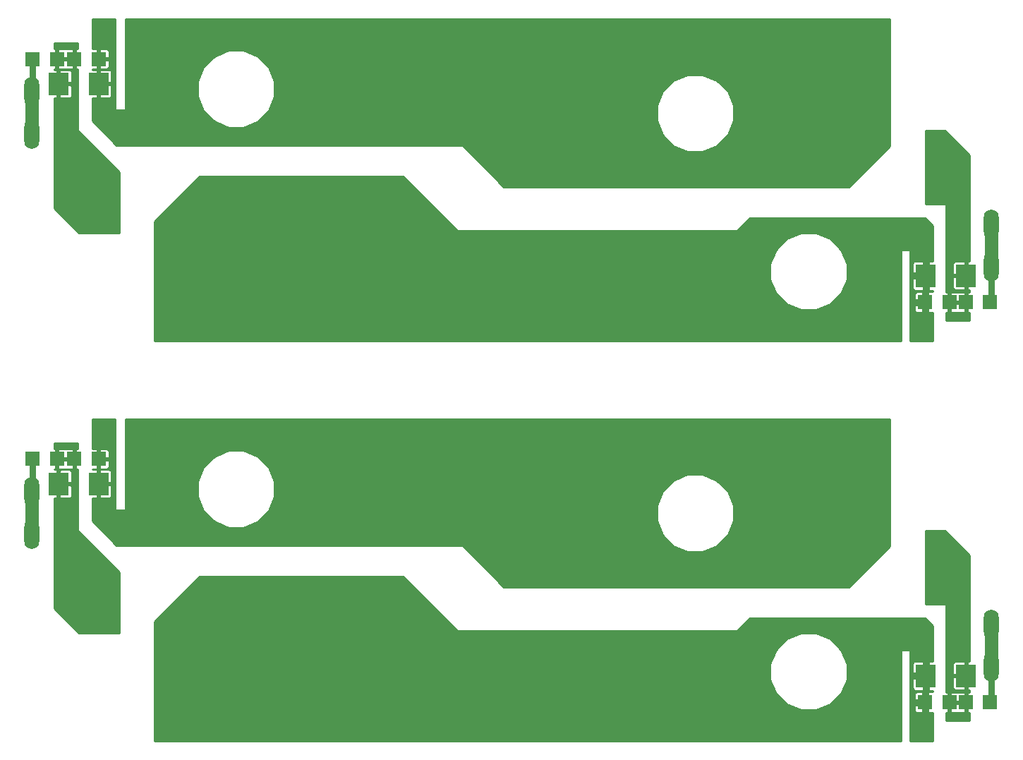
<source format=gbr>
G04 #@! TF.GenerationSoftware,KiCad,Pcbnew,(5.0.0)*
G04 #@! TF.CreationDate,2018-12-19T14:03:44+02:00*
G04 #@! TF.ProjectId,tp_x2_EKA,74705F78325F454B412E6B696361645F,3*
G04 #@! TF.SameCoordinates,Original*
G04 #@! TF.FileFunction,Copper,L1,Top,Signal*
G04 #@! TF.FilePolarity,Positive*
%FSLAX46Y46*%
G04 Gerber Fmt 4.6, Leading zero omitted, Abs format (unit mm)*
G04 Created by KiCad (PCBNEW (5.0.0)) date 12/19/18 14:03:44*
%MOMM*%
%LPD*%
G01*
G04 APERTURE LIST*
G04 #@! TA.AperFunction,SMDPad,CuDef*
%ADD10R,2.400000X2.700000*%
G04 #@! TD*
G04 #@! TA.AperFunction,ComponentPad*
%ADD11O,1.800000X3.600000*%
G04 #@! TD*
G04 #@! TA.AperFunction,ComponentPad*
%ADD12O,3.600000X1.800000*%
G04 #@! TD*
G04 #@! TA.AperFunction,ComponentPad*
%ADD13O,8.800000X2.800000*%
G04 #@! TD*
G04 #@! TA.AperFunction,ComponentPad*
%ADD14C,2.800000*%
G04 #@! TD*
G04 #@! TA.AperFunction,Conductor*
%ADD15C,2.800000*%
G04 #@! TD*
G04 #@! TA.AperFunction,ComponentPad*
%ADD16C,2.499360*%
G04 #@! TD*
G04 #@! TA.AperFunction,SMDPad,CuDef*
%ADD17R,1.800000X1.700000*%
G04 #@! TD*
G04 #@! TA.AperFunction,Conductor*
%ADD18C,1.600000*%
G04 #@! TD*
G04 #@! TA.AperFunction,Conductor*
%ADD19C,0.800000*%
G04 #@! TD*
G04 #@! TA.AperFunction,Conductor*
%ADD20C,0.250000*%
G04 #@! TD*
G04 #@! TA.AperFunction,Conductor*
%ADD21C,0.254000*%
G04 #@! TD*
G04 APERTURE END LIST*
D10*
G04 #@! TO.P,D2,2*
G04 #@! TO.N,/LD3*
X206700000Y-126500000D03*
G04 #@! TO.P,D2,1*
G04 #@! TO.N,Net-(D2-Pad1)*
X211500000Y-126500000D03*
G04 #@! TD*
D11*
G04 #@! TO.P,X14,1*
G04 #@! TO.N,/CTRL3B*
X214500000Y-120360000D03*
X214500000Y-125440000D03*
G04 #@! TD*
D12*
G04 #@! TO.P,X26,1*
G04 #@! TO.N,/PH3*
X140660000Y-103900000D03*
X145740000Y-103900000D03*
G04 #@! TD*
D13*
G04 #@! TO.P,V2.1,3*
G04 #@! TO.N,/PH3*
X113619236Y-108634980D03*
D14*
G04 #@! TO.P,V2.1,1*
G04 #@! TO.N,/LD3*
X118307528Y-119296590D03*
D15*
G04 #@! TD*
G04 #@! TO.N,/LD3*
G04 #@! TO.C,V2.1*
X116261533Y-121490651D02*
X120353523Y-117102529D01*
D14*
G04 #@! TO.P,V2.1,2*
G04 #@! TO.N,Net-(D1-Pad1)*
X107389270Y-116635452D03*
D15*
G04 #@! TD*
G04 #@! TO.N,Net-(D1-Pad1)*
G04 #@! TO.C,V2.1*
X106784465Y-114209713D02*
X107994075Y-119061191D01*
D13*
G04 #@! TO.P,V2.2,3*
G04 #@! TO.N,/LD3*
X202880764Y-121465020D03*
D14*
G04 #@! TO.P,V2.2,1*
G04 #@! TO.N,/PH3*
X198192472Y-110803410D03*
D15*
G04 #@! TD*
G04 #@! TO.N,/PH3*
G04 #@! TO.C,V2.2*
X200238467Y-108609349D02*
X196146477Y-112997471D01*
D14*
G04 #@! TO.P,V2.2,2*
G04 #@! TO.N,Net-(D2-Pad1)*
X209110730Y-113464548D03*
D15*
G04 #@! TD*
G04 #@! TO.N,Net-(D2-Pad1)*
G04 #@! TO.C,V2.2*
X209715535Y-115890287D02*
X208505925Y-111038809D01*
D12*
G04 #@! TO.P,X6,1*
G04 #@! TO.N,/LD3*
X171040000Y-125000000D03*
X165960000Y-125000000D03*
G04 #@! TD*
D16*
G04 #@! TO.P,H1,1*
G04 #@! TO.N,/LD3*
X185000000Y-124000000D03*
G04 #@! TD*
G04 #@! TO.P,H1,1*
G04 #@! TO.N,/LD3*
X179000000Y-131000000D03*
G04 #@! TD*
G04 #@! TO.P,H1,1*
G04 #@! TO.N,/LD3*
X161000000Y-131000000D03*
G04 #@! TD*
G04 #@! TO.P,H1,1*
G04 #@! TO.N,/LD3*
X126000000Y-119000000D03*
G04 #@! TD*
G04 #@! TO.P,H1,1*
G04 #@! TO.N,/LD3*
X131000000Y-129000000D03*
G04 #@! TD*
G04 #@! TO.P,H2,1*
G04 #@! TO.N,/PH3*
X190000000Y-111000000D03*
G04 #@! TD*
G04 #@! TO.P,H1,1*
G04 #@! TO.N,/LD3*
X200000000Y-128000000D03*
G04 #@! TD*
G04 #@! TO.P,H2,1*
G04 #@! TO.N,/PH3*
X197000000Y-104000000D03*
G04 #@! TD*
D11*
G04 #@! TO.P,X17,1*
G04 #@! TO.N,/CTRL3A*
X99400000Y-109500000D03*
X99400000Y-104420000D03*
G04 #@! TD*
D17*
G04 #@! TO.P,R1,2*
G04 #@! TO.N,Net-(D2-Pad1)*
X209500000Y-129700000D03*
G04 #@! TO.P,R1,1*
G04 #@! TO.N,/LD3*
X206600000Y-129700000D03*
G04 #@! TD*
D14*
G04 #@! TO.P,X5,1*
G04 #@! TO.N,/PH3*
X168000000Y-108000000D03*
X163000000Y-108000000D03*
X158000000Y-108000000D03*
X168000000Y-100900000D03*
X163000000Y-100900000D03*
X158000000Y-100900000D03*
G04 #@! TD*
G04 #@! TO.P,X4,1*
G04 #@! TO.N,/LD3*
X142500000Y-124000000D03*
X147500000Y-124000000D03*
X152500000Y-124000000D03*
X142500000Y-131100000D03*
X147500000Y-131100000D03*
X152500000Y-131100000D03*
G04 #@! TD*
D17*
G04 #@! TO.P,R4,1*
G04 #@! TO.N,/PH3*
X107400000Y-100500000D03*
G04 #@! TO.P,R4,2*
G04 #@! TO.N,Net-(D1-Pad1)*
X104500000Y-100500000D03*
G04 #@! TD*
D10*
G04 #@! TO.P,D1,1*
G04 #@! TO.N,Net-(D1-Pad1)*
X102600000Y-103500000D03*
G04 #@! TO.P,D1,2*
G04 #@! TO.N,/PH3*
X107400000Y-103500000D03*
G04 #@! TD*
D17*
G04 #@! TO.P,R2,1*
G04 #@! TO.N,/CTRL3A*
X99500000Y-100500000D03*
G04 #@! TO.P,R2,2*
G04 #@! TO.N,Net-(D1-Pad1)*
X102400000Y-100500000D03*
G04 #@! TD*
G04 #@! TO.P,R3,2*
G04 #@! TO.N,Net-(D2-Pad1)*
X211500000Y-129700000D03*
G04 #@! TO.P,R3,1*
G04 #@! TO.N,/CTRL3B*
X214400000Y-129700000D03*
G04 #@! TD*
D16*
G04 #@! TO.P,H1,1*
G04 #@! TO.N,/LD3*
X119000000Y-127000000D03*
G04 #@! TD*
G04 #@! TO.P,H2,1*
G04 #@! TO.N,/PH3*
X151000000Y-99000000D03*
G04 #@! TD*
G04 #@! TO.P,H2,1*
G04 #@! TO.N,/PH3*
X133000000Y-99000000D03*
G04 #@! TD*
G04 #@! TO.P,H2,1*
G04 #@! TO.N,/PH3*
X187000000Y-99000000D03*
G04 #@! TD*
G04 #@! TO.P,H2,1*
G04 #@! TO.N,/PH3*
X115000000Y-101000000D03*
G04 #@! TD*
G04 #@! TO.P,H2,1*
G04 #@! TO.N,/PH1*
X115000000Y-53000000D03*
G04 #@! TD*
G04 #@! TO.P,H2,1*
G04 #@! TO.N,/PH1*
X133000000Y-51000000D03*
G04 #@! TD*
G04 #@! TO.P,H2,1*
G04 #@! TO.N,/PH1*
X151000000Y-51000000D03*
G04 #@! TD*
G04 #@! TO.P,H2,1*
G04 #@! TO.N,/PH1*
X187000000Y-51000000D03*
G04 #@! TD*
G04 #@! TO.P,H2,1*
G04 #@! TO.N,/PH1*
X190000000Y-63000000D03*
G04 #@! TD*
G04 #@! TO.P,H1,1*
G04 #@! TO.N,/LD1*
X200000000Y-80000000D03*
G04 #@! TD*
G04 #@! TO.P,H1,1*
G04 #@! TO.N,/LD1*
X185000000Y-76000000D03*
G04 #@! TD*
G04 #@! TO.P,H1,1*
G04 #@! TO.N,/LD1*
X179000000Y-83000000D03*
G04 #@! TD*
G04 #@! TO.P,H1,1*
G04 #@! TO.N,/LD1*
X161000000Y-83000000D03*
G04 #@! TD*
G04 #@! TO.P,H1,1*
G04 #@! TO.N,/LD1*
X131000000Y-81000000D03*
G04 #@! TD*
G04 #@! TO.P,H1,1*
G04 #@! TO.N,/LD1*
X126000000Y-71000000D03*
G04 #@! TD*
D12*
G04 #@! TO.P,X3,1*
G04 #@! TO.N,/LD1*
X165960000Y-77000000D03*
X171040000Y-77000000D03*
G04 #@! TD*
D14*
G04 #@! TO.P,V1.2,2*
G04 #@! TO.N,Net-(D4-Pad1)*
X209110730Y-65464548D03*
D15*
G04 #@! TD*
G04 #@! TO.N,Net-(D4-Pad1)*
G04 #@! TO.C,V1.2*
X209715535Y-67890287D02*
X208505925Y-63038809D01*
D14*
G04 #@! TO.P,V1.2,1*
G04 #@! TO.N,/PH1*
X198192472Y-62803410D03*
D15*
G04 #@! TD*
G04 #@! TO.N,/PH1*
G04 #@! TO.C,V1.2*
X200238467Y-60609349D02*
X196146477Y-64997471D01*
D13*
G04 #@! TO.P,V1.2,3*
G04 #@! TO.N,/LD1*
X202880764Y-73465020D03*
G04 #@! TD*
D14*
G04 #@! TO.P,V1.1,2*
G04 #@! TO.N,Net-(D3-Pad1)*
X107389270Y-68635452D03*
D15*
G04 #@! TD*
G04 #@! TO.N,Net-(D3-Pad1)*
G04 #@! TO.C,V1.1*
X106784465Y-66209713D02*
X107994075Y-71061191D01*
D14*
G04 #@! TO.P,V1.1,1*
G04 #@! TO.N,/LD1*
X118307528Y-71296590D03*
D15*
G04 #@! TD*
G04 #@! TO.N,/LD1*
G04 #@! TO.C,V1.1*
X116261533Y-73490651D02*
X120353523Y-69102529D01*
D13*
G04 #@! TO.P,V1.1,3*
G04 #@! TO.N,/PH1*
X113619236Y-60634980D03*
G04 #@! TD*
D10*
G04 #@! TO.P,D4,1*
G04 #@! TO.N,Net-(D4-Pad1)*
X211500000Y-78500000D03*
G04 #@! TO.P,D4,2*
G04 #@! TO.N,/LD1*
X206700000Y-78500000D03*
G04 #@! TD*
D11*
G04 #@! TO.P,X7,1*
G04 #@! TO.N,/CTRL1B*
X214500000Y-77440000D03*
X214500000Y-72360000D03*
G04 #@! TD*
D12*
G04 #@! TO.P,X12,1*
G04 #@! TO.N,/PH1*
X145740000Y-55900000D03*
X140660000Y-55900000D03*
G04 #@! TD*
D10*
G04 #@! TO.P,D3,2*
G04 #@! TO.N,/PH1*
X107400000Y-55500000D03*
G04 #@! TO.P,D3,1*
G04 #@! TO.N,Net-(D3-Pad1)*
X102600000Y-55500000D03*
G04 #@! TD*
D17*
G04 #@! TO.P,R6,1*
G04 #@! TO.N,/LD1*
X206600000Y-81700000D03*
G04 #@! TO.P,R6,2*
G04 #@! TO.N,Net-(D4-Pad1)*
X209500000Y-81700000D03*
G04 #@! TD*
G04 #@! TO.P,R8,1*
G04 #@! TO.N,/CTRL1B*
X214400000Y-81700000D03*
G04 #@! TO.P,R8,2*
G04 #@! TO.N,Net-(D4-Pad1)*
X211500000Y-81700000D03*
G04 #@! TD*
G04 #@! TO.P,R7,2*
G04 #@! TO.N,Net-(D3-Pad1)*
X102400000Y-52500000D03*
G04 #@! TO.P,R7,1*
G04 #@! TO.N,/CTRL1A*
X99500000Y-52500000D03*
G04 #@! TD*
G04 #@! TO.P,R9,2*
G04 #@! TO.N,Net-(D3-Pad1)*
X104500000Y-52500000D03*
G04 #@! TO.P,R9,1*
G04 #@! TO.N,/PH1*
X107400000Y-52500000D03*
G04 #@! TD*
D11*
G04 #@! TO.P,X9,1*
G04 #@! TO.N,/CTRL1A*
X99400000Y-56420000D03*
X99400000Y-61500000D03*
G04 #@! TD*
D14*
G04 #@! TO.P,X1,1*
G04 #@! TO.N,/LD1*
X152500000Y-83100000D03*
X147500000Y-83100000D03*
X142500000Y-83100000D03*
X152500000Y-76000000D03*
X147500000Y-76000000D03*
X142500000Y-76000000D03*
G04 #@! TD*
G04 #@! TO.P,X2,1*
G04 #@! TO.N,/PH1*
X158000000Y-52900000D03*
X163000000Y-52900000D03*
X168000000Y-52900000D03*
X158000000Y-60000000D03*
X163000000Y-60000000D03*
X168000000Y-60000000D03*
G04 #@! TD*
D16*
G04 #@! TO.P,H1,1*
G04 #@! TO.N,/LD1*
X119000000Y-79000000D03*
G04 #@! TD*
G04 #@! TO.P,H2,1*
G04 #@! TO.N,/PH1*
X197000000Y-56000000D03*
G04 #@! TD*
D18*
G04 #@! TO.N,/CTRL1A*
X99400000Y-61500000D02*
X99400000Y-56500000D01*
D19*
X99500000Y-52500000D02*
X99500000Y-56400000D01*
D20*
G04 #@! TO.N,/CTRL1B*
X214400000Y-77600000D02*
X214500000Y-77500000D01*
D18*
X214500000Y-72360000D02*
X214500000Y-77400000D01*
D19*
X214500000Y-77700000D02*
X214400000Y-77600000D01*
X214400000Y-81700000D02*
X214500000Y-81600000D01*
X214500000Y-81600000D02*
X214500000Y-77700000D01*
D18*
G04 #@! TO.N,/CTRL3A*
X99400000Y-109500000D02*
X99400000Y-104500000D01*
D19*
X99500000Y-100500000D02*
X99500000Y-104400000D01*
D20*
G04 #@! TO.N,/CTRL3B*
X214400000Y-125600000D02*
X214500000Y-125500000D01*
D19*
X214500000Y-125700000D02*
X214400000Y-125600000D01*
X214400000Y-129700000D02*
X214500000Y-129600000D01*
X214500000Y-129600000D02*
X214500000Y-125700000D01*
D18*
X214500000Y-120360000D02*
X214500000Y-125400000D01*
G04 #@! TD*
D21*
G04 #@! TO.N,/LD1*
G36*
X150410197Y-73089803D02*
X150451399Y-73117333D01*
X150500000Y-73127000D01*
X184000000Y-73127000D01*
X184048601Y-73117333D01*
X184089803Y-73089803D01*
X185552606Y-71627000D01*
X206547394Y-71627000D01*
X207473000Y-72552606D01*
X207473000Y-76723000D01*
X207079750Y-76723000D01*
X206973000Y-76829750D01*
X206973000Y-78227000D01*
X206993000Y-78227000D01*
X206993000Y-78773000D01*
X206973000Y-78773000D01*
X206973000Y-80170250D01*
X207079750Y-80277000D01*
X207473000Y-80277000D01*
X207473000Y-80423000D01*
X206979750Y-80423000D01*
X206873000Y-80529750D01*
X206873000Y-81427000D01*
X206893000Y-81427000D01*
X206893000Y-81973000D01*
X206873000Y-81973000D01*
X206873000Y-82870250D01*
X206979750Y-82977000D01*
X207473000Y-82977000D01*
X207473000Y-86315000D01*
X204827000Y-86315000D01*
X204827000Y-82079750D01*
X205273000Y-82079750D01*
X205273000Y-82634936D01*
X205338007Y-82791876D01*
X205458124Y-82911993D01*
X205615065Y-82977000D01*
X206220250Y-82977000D01*
X206327000Y-82870250D01*
X206327000Y-81973000D01*
X205379750Y-81973000D01*
X205273000Y-82079750D01*
X204827000Y-82079750D01*
X204827000Y-80765064D01*
X205273000Y-80765064D01*
X205273000Y-81320250D01*
X205379750Y-81427000D01*
X206327000Y-81427000D01*
X206327000Y-80529750D01*
X206220250Y-80423000D01*
X205615065Y-80423000D01*
X205458124Y-80488007D01*
X205338007Y-80608124D01*
X205273000Y-80765064D01*
X204827000Y-80765064D01*
X204827000Y-78879750D01*
X205073000Y-78879750D01*
X205073000Y-79934936D01*
X205138007Y-80091876D01*
X205258124Y-80211993D01*
X205415065Y-80277000D01*
X206320250Y-80277000D01*
X206427000Y-80170250D01*
X206427000Y-78773000D01*
X205179750Y-78773000D01*
X205073000Y-78879750D01*
X204827000Y-78879750D01*
X204827000Y-77065064D01*
X205073000Y-77065064D01*
X205073000Y-78120250D01*
X205179750Y-78227000D01*
X206427000Y-78227000D01*
X206427000Y-76829750D01*
X206320250Y-76723000D01*
X205415065Y-76723000D01*
X205258124Y-76788007D01*
X205138007Y-76908124D01*
X205073000Y-77065064D01*
X204827000Y-77065064D01*
X204827000Y-75500000D01*
X204817333Y-75451399D01*
X204789803Y-75410197D01*
X204748601Y-75382667D01*
X204700000Y-75373000D01*
X203800000Y-75373000D01*
X203751399Y-75382667D01*
X203710197Y-75410197D01*
X203682667Y-75451399D01*
X203673000Y-75500000D01*
X203673000Y-86315000D01*
X114127000Y-86315000D01*
X114127000Y-77078041D01*
X187965000Y-77078041D01*
X187965000Y-78921959D01*
X188670637Y-80625517D01*
X189974483Y-81929363D01*
X191678041Y-82635000D01*
X193521959Y-82635000D01*
X195225517Y-81929363D01*
X196529363Y-80625517D01*
X197235000Y-78921959D01*
X197235000Y-77078041D01*
X196529363Y-75374483D01*
X195225517Y-74070637D01*
X193521959Y-73365000D01*
X191678041Y-73365000D01*
X189974483Y-74070637D01*
X188670637Y-75374483D01*
X187965000Y-77078041D01*
X114127000Y-77078041D01*
X114127000Y-72052606D01*
X119552606Y-66627000D01*
X143947394Y-66627000D01*
X150410197Y-73089803D01*
X150410197Y-73089803D01*
G37*
X150410197Y-73089803D02*
X150451399Y-73117333D01*
X150500000Y-73127000D01*
X184000000Y-73127000D01*
X184048601Y-73117333D01*
X184089803Y-73089803D01*
X185552606Y-71627000D01*
X206547394Y-71627000D01*
X207473000Y-72552606D01*
X207473000Y-76723000D01*
X207079750Y-76723000D01*
X206973000Y-76829750D01*
X206973000Y-78227000D01*
X206993000Y-78227000D01*
X206993000Y-78773000D01*
X206973000Y-78773000D01*
X206973000Y-80170250D01*
X207079750Y-80277000D01*
X207473000Y-80277000D01*
X207473000Y-80423000D01*
X206979750Y-80423000D01*
X206873000Y-80529750D01*
X206873000Y-81427000D01*
X206893000Y-81427000D01*
X206893000Y-81973000D01*
X206873000Y-81973000D01*
X206873000Y-82870250D01*
X206979750Y-82977000D01*
X207473000Y-82977000D01*
X207473000Y-86315000D01*
X204827000Y-86315000D01*
X204827000Y-82079750D01*
X205273000Y-82079750D01*
X205273000Y-82634936D01*
X205338007Y-82791876D01*
X205458124Y-82911993D01*
X205615065Y-82977000D01*
X206220250Y-82977000D01*
X206327000Y-82870250D01*
X206327000Y-81973000D01*
X205379750Y-81973000D01*
X205273000Y-82079750D01*
X204827000Y-82079750D01*
X204827000Y-80765064D01*
X205273000Y-80765064D01*
X205273000Y-81320250D01*
X205379750Y-81427000D01*
X206327000Y-81427000D01*
X206327000Y-80529750D01*
X206220250Y-80423000D01*
X205615065Y-80423000D01*
X205458124Y-80488007D01*
X205338007Y-80608124D01*
X205273000Y-80765064D01*
X204827000Y-80765064D01*
X204827000Y-78879750D01*
X205073000Y-78879750D01*
X205073000Y-79934936D01*
X205138007Y-80091876D01*
X205258124Y-80211993D01*
X205415065Y-80277000D01*
X206320250Y-80277000D01*
X206427000Y-80170250D01*
X206427000Y-78773000D01*
X205179750Y-78773000D01*
X205073000Y-78879750D01*
X204827000Y-78879750D01*
X204827000Y-77065064D01*
X205073000Y-77065064D01*
X205073000Y-78120250D01*
X205179750Y-78227000D01*
X206427000Y-78227000D01*
X206427000Y-76829750D01*
X206320250Y-76723000D01*
X205415065Y-76723000D01*
X205258124Y-76788007D01*
X205138007Y-76908124D01*
X205073000Y-77065064D01*
X204827000Y-77065064D01*
X204827000Y-75500000D01*
X204817333Y-75451399D01*
X204789803Y-75410197D01*
X204748601Y-75382667D01*
X204700000Y-75373000D01*
X203800000Y-75373000D01*
X203751399Y-75382667D01*
X203710197Y-75410197D01*
X203682667Y-75451399D01*
X203673000Y-75500000D01*
X203673000Y-86315000D01*
X114127000Y-86315000D01*
X114127000Y-77078041D01*
X187965000Y-77078041D01*
X187965000Y-78921959D01*
X188670637Y-80625517D01*
X189974483Y-81929363D01*
X191678041Y-82635000D01*
X193521959Y-82635000D01*
X195225517Y-81929363D01*
X196529363Y-80625517D01*
X197235000Y-78921959D01*
X197235000Y-77078041D01*
X196529363Y-75374483D01*
X195225517Y-74070637D01*
X193521959Y-73365000D01*
X191678041Y-73365000D01*
X189974483Y-74070637D01*
X188670637Y-75374483D01*
X187965000Y-77078041D01*
X114127000Y-77078041D01*
X114127000Y-72052606D01*
X119552606Y-66627000D01*
X143947394Y-66627000D01*
X150410197Y-73089803D01*
G04 #@! TO.N,Net-(D4-Pad1)*
G36*
X211873000Y-64052606D02*
X211873000Y-76769000D01*
X211722250Y-76769000D01*
X211627000Y-76864250D01*
X211627000Y-78373000D01*
X211647000Y-78373000D01*
X211647000Y-78627000D01*
X211627000Y-78627000D01*
X211627000Y-80135750D01*
X211722250Y-80231000D01*
X211873000Y-80231000D01*
X211873000Y-80469000D01*
X211722250Y-80469000D01*
X211627000Y-80564250D01*
X211627000Y-81573000D01*
X211647000Y-81573000D01*
X211647000Y-81827000D01*
X211627000Y-81827000D01*
X211627000Y-82835750D01*
X211722250Y-82931000D01*
X211873000Y-82931000D01*
X211873000Y-83873000D01*
X209127000Y-83873000D01*
X209127000Y-82931000D01*
X209277750Y-82931000D01*
X209373000Y-82835750D01*
X209373000Y-81827000D01*
X209627000Y-81827000D01*
X209627000Y-82835750D01*
X209722250Y-82931000D01*
X210475786Y-82931000D01*
X210500000Y-82920970D01*
X210524214Y-82931000D01*
X211277750Y-82931000D01*
X211373000Y-82835750D01*
X211373000Y-81827000D01*
X209627000Y-81827000D01*
X209373000Y-81827000D01*
X209353000Y-81827000D01*
X209353000Y-81573000D01*
X209373000Y-81573000D01*
X209373000Y-80564250D01*
X209627000Y-80564250D01*
X209627000Y-81573000D01*
X211373000Y-81573000D01*
X211373000Y-80564250D01*
X211277750Y-80469000D01*
X210524214Y-80469000D01*
X210500000Y-80479030D01*
X210475786Y-80469000D01*
X209722250Y-80469000D01*
X209627000Y-80564250D01*
X209373000Y-80564250D01*
X209277750Y-80469000D01*
X209127000Y-80469000D01*
X209127000Y-78722250D01*
X209919000Y-78722250D01*
X209919000Y-79925785D01*
X209977004Y-80065819D01*
X210084180Y-80172996D01*
X210224214Y-80231000D01*
X211277750Y-80231000D01*
X211373000Y-80135750D01*
X211373000Y-78627000D01*
X210014250Y-78627000D01*
X209919000Y-78722250D01*
X209127000Y-78722250D01*
X209127000Y-77074215D01*
X209919000Y-77074215D01*
X209919000Y-78277750D01*
X210014250Y-78373000D01*
X211373000Y-78373000D01*
X211373000Y-76864250D01*
X211277750Y-76769000D01*
X210224214Y-76769000D01*
X210084180Y-76827004D01*
X209977004Y-76934181D01*
X209919000Y-77074215D01*
X209127000Y-77074215D01*
X209127000Y-70000000D01*
X209117333Y-69951399D01*
X209089803Y-69910197D01*
X209048601Y-69882667D01*
X209000000Y-69873000D01*
X206627000Y-69873000D01*
X206627000Y-61127000D01*
X208947394Y-61127000D01*
X211873000Y-64052606D01*
X211873000Y-64052606D01*
G37*
X211873000Y-64052606D02*
X211873000Y-76769000D01*
X211722250Y-76769000D01*
X211627000Y-76864250D01*
X211627000Y-78373000D01*
X211647000Y-78373000D01*
X211647000Y-78627000D01*
X211627000Y-78627000D01*
X211627000Y-80135750D01*
X211722250Y-80231000D01*
X211873000Y-80231000D01*
X211873000Y-80469000D01*
X211722250Y-80469000D01*
X211627000Y-80564250D01*
X211627000Y-81573000D01*
X211647000Y-81573000D01*
X211647000Y-81827000D01*
X211627000Y-81827000D01*
X211627000Y-82835750D01*
X211722250Y-82931000D01*
X211873000Y-82931000D01*
X211873000Y-83873000D01*
X209127000Y-83873000D01*
X209127000Y-82931000D01*
X209277750Y-82931000D01*
X209373000Y-82835750D01*
X209373000Y-81827000D01*
X209627000Y-81827000D01*
X209627000Y-82835750D01*
X209722250Y-82931000D01*
X210475786Y-82931000D01*
X210500000Y-82920970D01*
X210524214Y-82931000D01*
X211277750Y-82931000D01*
X211373000Y-82835750D01*
X211373000Y-81827000D01*
X209627000Y-81827000D01*
X209373000Y-81827000D01*
X209353000Y-81827000D01*
X209353000Y-81573000D01*
X209373000Y-81573000D01*
X209373000Y-80564250D01*
X209627000Y-80564250D01*
X209627000Y-81573000D01*
X211373000Y-81573000D01*
X211373000Y-80564250D01*
X211277750Y-80469000D01*
X210524214Y-80469000D01*
X210500000Y-80479030D01*
X210475786Y-80469000D01*
X209722250Y-80469000D01*
X209627000Y-80564250D01*
X209373000Y-80564250D01*
X209277750Y-80469000D01*
X209127000Y-80469000D01*
X209127000Y-78722250D01*
X209919000Y-78722250D01*
X209919000Y-79925785D01*
X209977004Y-80065819D01*
X210084180Y-80172996D01*
X210224214Y-80231000D01*
X211277750Y-80231000D01*
X211373000Y-80135750D01*
X211373000Y-78627000D01*
X210014250Y-78627000D01*
X209919000Y-78722250D01*
X209127000Y-78722250D01*
X209127000Y-77074215D01*
X209919000Y-77074215D01*
X209919000Y-78277750D01*
X210014250Y-78373000D01*
X211373000Y-78373000D01*
X211373000Y-76864250D01*
X211277750Y-76769000D01*
X210224214Y-76769000D01*
X210084180Y-76827004D01*
X209977004Y-76934181D01*
X209919000Y-77074215D01*
X209127000Y-77074215D01*
X209127000Y-70000000D01*
X209117333Y-69951399D01*
X209089803Y-69910197D01*
X209048601Y-69882667D01*
X209000000Y-69873000D01*
X206627000Y-69873000D01*
X206627000Y-61127000D01*
X208947394Y-61127000D01*
X211873000Y-64052606D01*
G04 #@! TO.N,/PH1*
G36*
X109373000Y-58500000D02*
X109382667Y-58548601D01*
X109410197Y-58589803D01*
X109451399Y-58617333D01*
X109500000Y-58627000D01*
X110500000Y-58627000D01*
X110548601Y-58617333D01*
X110589803Y-58589803D01*
X110617333Y-58548601D01*
X110627000Y-58500000D01*
X110627000Y-55178041D01*
X119265000Y-55178041D01*
X119265000Y-57021959D01*
X119970637Y-58725517D01*
X121274483Y-60029363D01*
X122978041Y-60735000D01*
X124821959Y-60735000D01*
X126525517Y-60029363D01*
X127829363Y-58725517D01*
X128097556Y-58078041D01*
X174365000Y-58078041D01*
X174365000Y-59921959D01*
X175070637Y-61625517D01*
X176374483Y-62929363D01*
X178078041Y-63635000D01*
X179921959Y-63635000D01*
X181625517Y-62929363D01*
X182929363Y-61625517D01*
X183635000Y-59921959D01*
X183635000Y-58078041D01*
X182929363Y-56374483D01*
X181625517Y-55070637D01*
X179921959Y-54365000D01*
X178078041Y-54365000D01*
X176374483Y-55070637D01*
X175070637Y-56374483D01*
X174365000Y-58078041D01*
X128097556Y-58078041D01*
X128535000Y-57021959D01*
X128535000Y-55178041D01*
X127829363Y-53474483D01*
X126525517Y-52170637D01*
X124821959Y-51465000D01*
X122978041Y-51465000D01*
X121274483Y-52170637D01*
X119970637Y-53474483D01*
X119265000Y-55178041D01*
X110627000Y-55178041D01*
X110627000Y-47685000D01*
X202373000Y-47685000D01*
X202373000Y-62947394D01*
X197447394Y-67873000D01*
X156052606Y-67873000D01*
X151089803Y-62910197D01*
X151048601Y-62882667D01*
X151000000Y-62873000D01*
X109552606Y-62873000D01*
X106627000Y-59947394D01*
X106627000Y-57231000D01*
X107177750Y-57231000D01*
X107273000Y-57135750D01*
X107273000Y-55627000D01*
X107527000Y-55627000D01*
X107527000Y-57135750D01*
X107622250Y-57231000D01*
X108675786Y-57231000D01*
X108815820Y-57172996D01*
X108922996Y-57065819D01*
X108981000Y-56925785D01*
X108981000Y-55722250D01*
X108885750Y-55627000D01*
X107527000Y-55627000D01*
X107273000Y-55627000D01*
X107253000Y-55627000D01*
X107253000Y-55373000D01*
X107273000Y-55373000D01*
X107273000Y-53864250D01*
X107527000Y-53864250D01*
X107527000Y-55373000D01*
X108885750Y-55373000D01*
X108981000Y-55277750D01*
X108981000Y-54074215D01*
X108922996Y-53934181D01*
X108815820Y-53827004D01*
X108675786Y-53769000D01*
X107622250Y-53769000D01*
X107527000Y-53864250D01*
X107273000Y-53864250D01*
X107177750Y-53769000D01*
X106627000Y-53769000D01*
X106627000Y-53731000D01*
X107177750Y-53731000D01*
X107273000Y-53635750D01*
X107273000Y-52627000D01*
X107527000Y-52627000D01*
X107527000Y-53635750D01*
X107622250Y-53731000D01*
X108375786Y-53731000D01*
X108515820Y-53672996D01*
X108622996Y-53565819D01*
X108681000Y-53425785D01*
X108681000Y-52722250D01*
X108585750Y-52627000D01*
X107527000Y-52627000D01*
X107273000Y-52627000D01*
X107253000Y-52627000D01*
X107253000Y-52373000D01*
X107273000Y-52373000D01*
X107273000Y-51364250D01*
X107527000Y-51364250D01*
X107527000Y-52373000D01*
X108585750Y-52373000D01*
X108681000Y-52277750D01*
X108681000Y-51574215D01*
X108622996Y-51434181D01*
X108515820Y-51327004D01*
X108375786Y-51269000D01*
X107622250Y-51269000D01*
X107527000Y-51364250D01*
X107273000Y-51364250D01*
X107177750Y-51269000D01*
X106627000Y-51269000D01*
X106627000Y-47685000D01*
X109373000Y-47685000D01*
X109373000Y-58500000D01*
X109373000Y-58500000D01*
G37*
X109373000Y-58500000D02*
X109382667Y-58548601D01*
X109410197Y-58589803D01*
X109451399Y-58617333D01*
X109500000Y-58627000D01*
X110500000Y-58627000D01*
X110548601Y-58617333D01*
X110589803Y-58589803D01*
X110617333Y-58548601D01*
X110627000Y-58500000D01*
X110627000Y-55178041D01*
X119265000Y-55178041D01*
X119265000Y-57021959D01*
X119970637Y-58725517D01*
X121274483Y-60029363D01*
X122978041Y-60735000D01*
X124821959Y-60735000D01*
X126525517Y-60029363D01*
X127829363Y-58725517D01*
X128097556Y-58078041D01*
X174365000Y-58078041D01*
X174365000Y-59921959D01*
X175070637Y-61625517D01*
X176374483Y-62929363D01*
X178078041Y-63635000D01*
X179921959Y-63635000D01*
X181625517Y-62929363D01*
X182929363Y-61625517D01*
X183635000Y-59921959D01*
X183635000Y-58078041D01*
X182929363Y-56374483D01*
X181625517Y-55070637D01*
X179921959Y-54365000D01*
X178078041Y-54365000D01*
X176374483Y-55070637D01*
X175070637Y-56374483D01*
X174365000Y-58078041D01*
X128097556Y-58078041D01*
X128535000Y-57021959D01*
X128535000Y-55178041D01*
X127829363Y-53474483D01*
X126525517Y-52170637D01*
X124821959Y-51465000D01*
X122978041Y-51465000D01*
X121274483Y-52170637D01*
X119970637Y-53474483D01*
X119265000Y-55178041D01*
X110627000Y-55178041D01*
X110627000Y-47685000D01*
X202373000Y-47685000D01*
X202373000Y-62947394D01*
X197447394Y-67873000D01*
X156052606Y-67873000D01*
X151089803Y-62910197D01*
X151048601Y-62882667D01*
X151000000Y-62873000D01*
X109552606Y-62873000D01*
X106627000Y-59947394D01*
X106627000Y-57231000D01*
X107177750Y-57231000D01*
X107273000Y-57135750D01*
X107273000Y-55627000D01*
X107527000Y-55627000D01*
X107527000Y-57135750D01*
X107622250Y-57231000D01*
X108675786Y-57231000D01*
X108815820Y-57172996D01*
X108922996Y-57065819D01*
X108981000Y-56925785D01*
X108981000Y-55722250D01*
X108885750Y-55627000D01*
X107527000Y-55627000D01*
X107273000Y-55627000D01*
X107253000Y-55627000D01*
X107253000Y-55373000D01*
X107273000Y-55373000D01*
X107273000Y-53864250D01*
X107527000Y-53864250D01*
X107527000Y-55373000D01*
X108885750Y-55373000D01*
X108981000Y-55277750D01*
X108981000Y-54074215D01*
X108922996Y-53934181D01*
X108815820Y-53827004D01*
X108675786Y-53769000D01*
X107622250Y-53769000D01*
X107527000Y-53864250D01*
X107273000Y-53864250D01*
X107177750Y-53769000D01*
X106627000Y-53769000D01*
X106627000Y-53731000D01*
X107177750Y-53731000D01*
X107273000Y-53635750D01*
X107273000Y-52627000D01*
X107527000Y-52627000D01*
X107527000Y-53635750D01*
X107622250Y-53731000D01*
X108375786Y-53731000D01*
X108515820Y-53672996D01*
X108622996Y-53565819D01*
X108681000Y-53425785D01*
X108681000Y-52722250D01*
X108585750Y-52627000D01*
X107527000Y-52627000D01*
X107273000Y-52627000D01*
X107253000Y-52627000D01*
X107253000Y-52373000D01*
X107273000Y-52373000D01*
X107273000Y-51364250D01*
X107527000Y-51364250D01*
X107527000Y-52373000D01*
X108585750Y-52373000D01*
X108681000Y-52277750D01*
X108681000Y-51574215D01*
X108622996Y-51434181D01*
X108515820Y-51327004D01*
X108375786Y-51269000D01*
X107622250Y-51269000D01*
X107527000Y-51364250D01*
X107273000Y-51364250D01*
X107177750Y-51269000D01*
X106627000Y-51269000D01*
X106627000Y-47685000D01*
X109373000Y-47685000D01*
X109373000Y-58500000D01*
G04 #@! TO.N,Net-(D3-Pad1)*
G36*
X104873000Y-51269000D02*
X104722250Y-51269000D01*
X104627000Y-51364250D01*
X104627000Y-52373000D01*
X104647000Y-52373000D01*
X104647000Y-52627000D01*
X104627000Y-52627000D01*
X104627000Y-53635750D01*
X104722250Y-53731000D01*
X104873000Y-53731000D01*
X104873000Y-61000000D01*
X104882667Y-61048601D01*
X104910197Y-61089803D01*
X109873000Y-66052606D01*
X109873000Y-73373000D01*
X105052606Y-73373000D01*
X102127000Y-70447394D01*
X102127000Y-57231000D01*
X102377750Y-57231000D01*
X102473000Y-57135750D01*
X102473000Y-55627000D01*
X102727000Y-55627000D01*
X102727000Y-57135750D01*
X102822250Y-57231000D01*
X103875786Y-57231000D01*
X104015820Y-57172996D01*
X104122996Y-57065819D01*
X104181000Y-56925785D01*
X104181000Y-55722250D01*
X104085750Y-55627000D01*
X102727000Y-55627000D01*
X102473000Y-55627000D01*
X102453000Y-55627000D01*
X102453000Y-55373000D01*
X102473000Y-55373000D01*
X102473000Y-53864250D01*
X102727000Y-53864250D01*
X102727000Y-55373000D01*
X104085750Y-55373000D01*
X104181000Y-55277750D01*
X104181000Y-54074215D01*
X104122996Y-53934181D01*
X104015820Y-53827004D01*
X103875786Y-53769000D01*
X102822250Y-53769000D01*
X102727000Y-53864250D01*
X102473000Y-53864250D01*
X102377750Y-53769000D01*
X102127000Y-53769000D01*
X102127000Y-53731000D01*
X102177750Y-53731000D01*
X102273000Y-53635750D01*
X102273000Y-52627000D01*
X102527000Y-52627000D01*
X102527000Y-53635750D01*
X102622250Y-53731000D01*
X103375786Y-53731000D01*
X103450000Y-53700260D01*
X103524214Y-53731000D01*
X104277750Y-53731000D01*
X104373000Y-53635750D01*
X104373000Y-52627000D01*
X102527000Y-52627000D01*
X102273000Y-52627000D01*
X102253000Y-52627000D01*
X102253000Y-52373000D01*
X102273000Y-52373000D01*
X102273000Y-51364250D01*
X102527000Y-51364250D01*
X102527000Y-52373000D01*
X104373000Y-52373000D01*
X104373000Y-51364250D01*
X104277750Y-51269000D01*
X103524214Y-51269000D01*
X103450000Y-51299740D01*
X103375786Y-51269000D01*
X102622250Y-51269000D01*
X102527000Y-51364250D01*
X102273000Y-51364250D01*
X102177750Y-51269000D01*
X102127000Y-51269000D01*
X102127000Y-50627000D01*
X104873000Y-50627000D01*
X104873000Y-51269000D01*
X104873000Y-51269000D01*
G37*
X104873000Y-51269000D02*
X104722250Y-51269000D01*
X104627000Y-51364250D01*
X104627000Y-52373000D01*
X104647000Y-52373000D01*
X104647000Y-52627000D01*
X104627000Y-52627000D01*
X104627000Y-53635750D01*
X104722250Y-53731000D01*
X104873000Y-53731000D01*
X104873000Y-61000000D01*
X104882667Y-61048601D01*
X104910197Y-61089803D01*
X109873000Y-66052606D01*
X109873000Y-73373000D01*
X105052606Y-73373000D01*
X102127000Y-70447394D01*
X102127000Y-57231000D01*
X102377750Y-57231000D01*
X102473000Y-57135750D01*
X102473000Y-55627000D01*
X102727000Y-55627000D01*
X102727000Y-57135750D01*
X102822250Y-57231000D01*
X103875786Y-57231000D01*
X104015820Y-57172996D01*
X104122996Y-57065819D01*
X104181000Y-56925785D01*
X104181000Y-55722250D01*
X104085750Y-55627000D01*
X102727000Y-55627000D01*
X102473000Y-55627000D01*
X102453000Y-55627000D01*
X102453000Y-55373000D01*
X102473000Y-55373000D01*
X102473000Y-53864250D01*
X102727000Y-53864250D01*
X102727000Y-55373000D01*
X104085750Y-55373000D01*
X104181000Y-55277750D01*
X104181000Y-54074215D01*
X104122996Y-53934181D01*
X104015820Y-53827004D01*
X103875786Y-53769000D01*
X102822250Y-53769000D01*
X102727000Y-53864250D01*
X102473000Y-53864250D01*
X102377750Y-53769000D01*
X102127000Y-53769000D01*
X102127000Y-53731000D01*
X102177750Y-53731000D01*
X102273000Y-53635750D01*
X102273000Y-52627000D01*
X102527000Y-52627000D01*
X102527000Y-53635750D01*
X102622250Y-53731000D01*
X103375786Y-53731000D01*
X103450000Y-53700260D01*
X103524214Y-53731000D01*
X104277750Y-53731000D01*
X104373000Y-53635750D01*
X104373000Y-52627000D01*
X102527000Y-52627000D01*
X102273000Y-52627000D01*
X102253000Y-52627000D01*
X102253000Y-52373000D01*
X102273000Y-52373000D01*
X102273000Y-51364250D01*
X102527000Y-51364250D01*
X102527000Y-52373000D01*
X104373000Y-52373000D01*
X104373000Y-51364250D01*
X104277750Y-51269000D01*
X103524214Y-51269000D01*
X103450000Y-51299740D01*
X103375786Y-51269000D01*
X102622250Y-51269000D01*
X102527000Y-51364250D01*
X102273000Y-51364250D01*
X102177750Y-51269000D01*
X102127000Y-51269000D01*
X102127000Y-50627000D01*
X104873000Y-50627000D01*
X104873000Y-51269000D01*
G04 #@! TO.N,Net-(D2-Pad1)*
G36*
X211873000Y-112052606D02*
X211873000Y-124769000D01*
X211722250Y-124769000D01*
X211627000Y-124864250D01*
X211627000Y-126373000D01*
X211647000Y-126373000D01*
X211647000Y-126627000D01*
X211627000Y-126627000D01*
X211627000Y-128135750D01*
X211722250Y-128231000D01*
X211873000Y-128231000D01*
X211873000Y-128469000D01*
X211722250Y-128469000D01*
X211627000Y-128564250D01*
X211627000Y-129573000D01*
X211647000Y-129573000D01*
X211647000Y-129827000D01*
X211627000Y-129827000D01*
X211627000Y-130835750D01*
X211722250Y-130931000D01*
X211873000Y-130931000D01*
X211873000Y-131873000D01*
X209127000Y-131873000D01*
X209127000Y-130931000D01*
X209277750Y-130931000D01*
X209373000Y-130835750D01*
X209373000Y-129827000D01*
X209627000Y-129827000D01*
X209627000Y-130835750D01*
X209722250Y-130931000D01*
X210475786Y-130931000D01*
X210500000Y-130920970D01*
X210524214Y-130931000D01*
X211277750Y-130931000D01*
X211373000Y-130835750D01*
X211373000Y-129827000D01*
X209627000Y-129827000D01*
X209373000Y-129827000D01*
X209353000Y-129827000D01*
X209353000Y-129573000D01*
X209373000Y-129573000D01*
X209373000Y-128564250D01*
X209627000Y-128564250D01*
X209627000Y-129573000D01*
X211373000Y-129573000D01*
X211373000Y-128564250D01*
X211277750Y-128469000D01*
X210524214Y-128469000D01*
X210500000Y-128479030D01*
X210475786Y-128469000D01*
X209722250Y-128469000D01*
X209627000Y-128564250D01*
X209373000Y-128564250D01*
X209277750Y-128469000D01*
X209127000Y-128469000D01*
X209127000Y-126722250D01*
X209919000Y-126722250D01*
X209919000Y-127925785D01*
X209977004Y-128065819D01*
X210084180Y-128172996D01*
X210224214Y-128231000D01*
X211277750Y-128231000D01*
X211373000Y-128135750D01*
X211373000Y-126627000D01*
X210014250Y-126627000D01*
X209919000Y-126722250D01*
X209127000Y-126722250D01*
X209127000Y-125074215D01*
X209919000Y-125074215D01*
X209919000Y-126277750D01*
X210014250Y-126373000D01*
X211373000Y-126373000D01*
X211373000Y-124864250D01*
X211277750Y-124769000D01*
X210224214Y-124769000D01*
X210084180Y-124827004D01*
X209977004Y-124934181D01*
X209919000Y-125074215D01*
X209127000Y-125074215D01*
X209127000Y-118000000D01*
X209117333Y-117951399D01*
X209089803Y-117910197D01*
X209048601Y-117882667D01*
X209000000Y-117873000D01*
X206627000Y-117873000D01*
X206627000Y-109127000D01*
X208947394Y-109127000D01*
X211873000Y-112052606D01*
X211873000Y-112052606D01*
G37*
X211873000Y-112052606D02*
X211873000Y-124769000D01*
X211722250Y-124769000D01*
X211627000Y-124864250D01*
X211627000Y-126373000D01*
X211647000Y-126373000D01*
X211647000Y-126627000D01*
X211627000Y-126627000D01*
X211627000Y-128135750D01*
X211722250Y-128231000D01*
X211873000Y-128231000D01*
X211873000Y-128469000D01*
X211722250Y-128469000D01*
X211627000Y-128564250D01*
X211627000Y-129573000D01*
X211647000Y-129573000D01*
X211647000Y-129827000D01*
X211627000Y-129827000D01*
X211627000Y-130835750D01*
X211722250Y-130931000D01*
X211873000Y-130931000D01*
X211873000Y-131873000D01*
X209127000Y-131873000D01*
X209127000Y-130931000D01*
X209277750Y-130931000D01*
X209373000Y-130835750D01*
X209373000Y-129827000D01*
X209627000Y-129827000D01*
X209627000Y-130835750D01*
X209722250Y-130931000D01*
X210475786Y-130931000D01*
X210500000Y-130920970D01*
X210524214Y-130931000D01*
X211277750Y-130931000D01*
X211373000Y-130835750D01*
X211373000Y-129827000D01*
X209627000Y-129827000D01*
X209373000Y-129827000D01*
X209353000Y-129827000D01*
X209353000Y-129573000D01*
X209373000Y-129573000D01*
X209373000Y-128564250D01*
X209627000Y-128564250D01*
X209627000Y-129573000D01*
X211373000Y-129573000D01*
X211373000Y-128564250D01*
X211277750Y-128469000D01*
X210524214Y-128469000D01*
X210500000Y-128479030D01*
X210475786Y-128469000D01*
X209722250Y-128469000D01*
X209627000Y-128564250D01*
X209373000Y-128564250D01*
X209277750Y-128469000D01*
X209127000Y-128469000D01*
X209127000Y-126722250D01*
X209919000Y-126722250D01*
X209919000Y-127925785D01*
X209977004Y-128065819D01*
X210084180Y-128172996D01*
X210224214Y-128231000D01*
X211277750Y-128231000D01*
X211373000Y-128135750D01*
X211373000Y-126627000D01*
X210014250Y-126627000D01*
X209919000Y-126722250D01*
X209127000Y-126722250D01*
X209127000Y-125074215D01*
X209919000Y-125074215D01*
X209919000Y-126277750D01*
X210014250Y-126373000D01*
X211373000Y-126373000D01*
X211373000Y-124864250D01*
X211277750Y-124769000D01*
X210224214Y-124769000D01*
X210084180Y-124827004D01*
X209977004Y-124934181D01*
X209919000Y-125074215D01*
X209127000Y-125074215D01*
X209127000Y-118000000D01*
X209117333Y-117951399D01*
X209089803Y-117910197D01*
X209048601Y-117882667D01*
X209000000Y-117873000D01*
X206627000Y-117873000D01*
X206627000Y-109127000D01*
X208947394Y-109127000D01*
X211873000Y-112052606D01*
G04 #@! TO.N,/LD3*
G36*
X150410197Y-121089803D02*
X150451399Y-121117333D01*
X150500000Y-121127000D01*
X184000000Y-121127000D01*
X184048601Y-121117333D01*
X184089803Y-121089803D01*
X185552606Y-119627000D01*
X206547394Y-119627000D01*
X207473000Y-120552606D01*
X207473000Y-124723000D01*
X207079750Y-124723000D01*
X206973000Y-124829750D01*
X206973000Y-126227000D01*
X206993000Y-126227000D01*
X206993000Y-126773000D01*
X206973000Y-126773000D01*
X206973000Y-128170250D01*
X207079750Y-128277000D01*
X207473000Y-128277000D01*
X207473000Y-128423000D01*
X206979750Y-128423000D01*
X206873000Y-128529750D01*
X206873000Y-129427000D01*
X206893000Y-129427000D01*
X206893000Y-129973000D01*
X206873000Y-129973000D01*
X206873000Y-130870250D01*
X206979750Y-130977000D01*
X207473000Y-130977000D01*
X207473000Y-134315000D01*
X204827000Y-134315000D01*
X204827000Y-130079750D01*
X205273000Y-130079750D01*
X205273000Y-130634936D01*
X205338007Y-130791876D01*
X205458124Y-130911993D01*
X205615065Y-130977000D01*
X206220250Y-130977000D01*
X206327000Y-130870250D01*
X206327000Y-129973000D01*
X205379750Y-129973000D01*
X205273000Y-130079750D01*
X204827000Y-130079750D01*
X204827000Y-128765064D01*
X205273000Y-128765064D01*
X205273000Y-129320250D01*
X205379750Y-129427000D01*
X206327000Y-129427000D01*
X206327000Y-128529750D01*
X206220250Y-128423000D01*
X205615065Y-128423000D01*
X205458124Y-128488007D01*
X205338007Y-128608124D01*
X205273000Y-128765064D01*
X204827000Y-128765064D01*
X204827000Y-126879750D01*
X205073000Y-126879750D01*
X205073000Y-127934936D01*
X205138007Y-128091876D01*
X205258124Y-128211993D01*
X205415065Y-128277000D01*
X206320250Y-128277000D01*
X206427000Y-128170250D01*
X206427000Y-126773000D01*
X205179750Y-126773000D01*
X205073000Y-126879750D01*
X204827000Y-126879750D01*
X204827000Y-125065064D01*
X205073000Y-125065064D01*
X205073000Y-126120250D01*
X205179750Y-126227000D01*
X206427000Y-126227000D01*
X206427000Y-124829750D01*
X206320250Y-124723000D01*
X205415065Y-124723000D01*
X205258124Y-124788007D01*
X205138007Y-124908124D01*
X205073000Y-125065064D01*
X204827000Y-125065064D01*
X204827000Y-123500000D01*
X204817333Y-123451399D01*
X204789803Y-123410197D01*
X204748601Y-123382667D01*
X204700000Y-123373000D01*
X203800000Y-123373000D01*
X203751399Y-123382667D01*
X203710197Y-123410197D01*
X203682667Y-123451399D01*
X203673000Y-123500000D01*
X203673000Y-134315000D01*
X114127000Y-134315000D01*
X114127000Y-125078041D01*
X187965000Y-125078041D01*
X187965000Y-126921959D01*
X188670637Y-128625517D01*
X189974483Y-129929363D01*
X191678041Y-130635000D01*
X193521959Y-130635000D01*
X195225517Y-129929363D01*
X196529363Y-128625517D01*
X197235000Y-126921959D01*
X197235000Y-125078041D01*
X196529363Y-123374483D01*
X195225517Y-122070637D01*
X193521959Y-121365000D01*
X191678041Y-121365000D01*
X189974483Y-122070637D01*
X188670637Y-123374483D01*
X187965000Y-125078041D01*
X114127000Y-125078041D01*
X114127000Y-120052606D01*
X119552606Y-114627000D01*
X143947394Y-114627000D01*
X150410197Y-121089803D01*
X150410197Y-121089803D01*
G37*
X150410197Y-121089803D02*
X150451399Y-121117333D01*
X150500000Y-121127000D01*
X184000000Y-121127000D01*
X184048601Y-121117333D01*
X184089803Y-121089803D01*
X185552606Y-119627000D01*
X206547394Y-119627000D01*
X207473000Y-120552606D01*
X207473000Y-124723000D01*
X207079750Y-124723000D01*
X206973000Y-124829750D01*
X206973000Y-126227000D01*
X206993000Y-126227000D01*
X206993000Y-126773000D01*
X206973000Y-126773000D01*
X206973000Y-128170250D01*
X207079750Y-128277000D01*
X207473000Y-128277000D01*
X207473000Y-128423000D01*
X206979750Y-128423000D01*
X206873000Y-128529750D01*
X206873000Y-129427000D01*
X206893000Y-129427000D01*
X206893000Y-129973000D01*
X206873000Y-129973000D01*
X206873000Y-130870250D01*
X206979750Y-130977000D01*
X207473000Y-130977000D01*
X207473000Y-134315000D01*
X204827000Y-134315000D01*
X204827000Y-130079750D01*
X205273000Y-130079750D01*
X205273000Y-130634936D01*
X205338007Y-130791876D01*
X205458124Y-130911993D01*
X205615065Y-130977000D01*
X206220250Y-130977000D01*
X206327000Y-130870250D01*
X206327000Y-129973000D01*
X205379750Y-129973000D01*
X205273000Y-130079750D01*
X204827000Y-130079750D01*
X204827000Y-128765064D01*
X205273000Y-128765064D01*
X205273000Y-129320250D01*
X205379750Y-129427000D01*
X206327000Y-129427000D01*
X206327000Y-128529750D01*
X206220250Y-128423000D01*
X205615065Y-128423000D01*
X205458124Y-128488007D01*
X205338007Y-128608124D01*
X205273000Y-128765064D01*
X204827000Y-128765064D01*
X204827000Y-126879750D01*
X205073000Y-126879750D01*
X205073000Y-127934936D01*
X205138007Y-128091876D01*
X205258124Y-128211993D01*
X205415065Y-128277000D01*
X206320250Y-128277000D01*
X206427000Y-128170250D01*
X206427000Y-126773000D01*
X205179750Y-126773000D01*
X205073000Y-126879750D01*
X204827000Y-126879750D01*
X204827000Y-125065064D01*
X205073000Y-125065064D01*
X205073000Y-126120250D01*
X205179750Y-126227000D01*
X206427000Y-126227000D01*
X206427000Y-124829750D01*
X206320250Y-124723000D01*
X205415065Y-124723000D01*
X205258124Y-124788007D01*
X205138007Y-124908124D01*
X205073000Y-125065064D01*
X204827000Y-125065064D01*
X204827000Y-123500000D01*
X204817333Y-123451399D01*
X204789803Y-123410197D01*
X204748601Y-123382667D01*
X204700000Y-123373000D01*
X203800000Y-123373000D01*
X203751399Y-123382667D01*
X203710197Y-123410197D01*
X203682667Y-123451399D01*
X203673000Y-123500000D01*
X203673000Y-134315000D01*
X114127000Y-134315000D01*
X114127000Y-125078041D01*
X187965000Y-125078041D01*
X187965000Y-126921959D01*
X188670637Y-128625517D01*
X189974483Y-129929363D01*
X191678041Y-130635000D01*
X193521959Y-130635000D01*
X195225517Y-129929363D01*
X196529363Y-128625517D01*
X197235000Y-126921959D01*
X197235000Y-125078041D01*
X196529363Y-123374483D01*
X195225517Y-122070637D01*
X193521959Y-121365000D01*
X191678041Y-121365000D01*
X189974483Y-122070637D01*
X188670637Y-123374483D01*
X187965000Y-125078041D01*
X114127000Y-125078041D01*
X114127000Y-120052606D01*
X119552606Y-114627000D01*
X143947394Y-114627000D01*
X150410197Y-121089803D01*
G04 #@! TO.N,Net-(D1-Pad1)*
G36*
X104873000Y-99269000D02*
X104722250Y-99269000D01*
X104627000Y-99364250D01*
X104627000Y-100373000D01*
X104647000Y-100373000D01*
X104647000Y-100627000D01*
X104627000Y-100627000D01*
X104627000Y-101635750D01*
X104722250Y-101731000D01*
X104873000Y-101731000D01*
X104873000Y-109000000D01*
X104882667Y-109048601D01*
X104910197Y-109089803D01*
X109873000Y-114052606D01*
X109873000Y-121373000D01*
X105052606Y-121373000D01*
X102127000Y-118447394D01*
X102127000Y-105231000D01*
X102377750Y-105231000D01*
X102473000Y-105135750D01*
X102473000Y-103627000D01*
X102727000Y-103627000D01*
X102727000Y-105135750D01*
X102822250Y-105231000D01*
X103875786Y-105231000D01*
X104015820Y-105172996D01*
X104122996Y-105065819D01*
X104181000Y-104925785D01*
X104181000Y-103722250D01*
X104085750Y-103627000D01*
X102727000Y-103627000D01*
X102473000Y-103627000D01*
X102453000Y-103627000D01*
X102453000Y-103373000D01*
X102473000Y-103373000D01*
X102473000Y-101864250D01*
X102727000Y-101864250D01*
X102727000Y-103373000D01*
X104085750Y-103373000D01*
X104181000Y-103277750D01*
X104181000Y-102074215D01*
X104122996Y-101934181D01*
X104015820Y-101827004D01*
X103875786Y-101769000D01*
X102822250Y-101769000D01*
X102727000Y-101864250D01*
X102473000Y-101864250D01*
X102377750Y-101769000D01*
X102127000Y-101769000D01*
X102127000Y-101731000D01*
X102177750Y-101731000D01*
X102273000Y-101635750D01*
X102273000Y-100627000D01*
X102527000Y-100627000D01*
X102527000Y-101635750D01*
X102622250Y-101731000D01*
X103375786Y-101731000D01*
X103450000Y-101700260D01*
X103524214Y-101731000D01*
X104277750Y-101731000D01*
X104373000Y-101635750D01*
X104373000Y-100627000D01*
X102527000Y-100627000D01*
X102273000Y-100627000D01*
X102253000Y-100627000D01*
X102253000Y-100373000D01*
X102273000Y-100373000D01*
X102273000Y-99364250D01*
X102527000Y-99364250D01*
X102527000Y-100373000D01*
X104373000Y-100373000D01*
X104373000Y-99364250D01*
X104277750Y-99269000D01*
X103524214Y-99269000D01*
X103450000Y-99299740D01*
X103375786Y-99269000D01*
X102622250Y-99269000D01*
X102527000Y-99364250D01*
X102273000Y-99364250D01*
X102177750Y-99269000D01*
X102127000Y-99269000D01*
X102127000Y-98627000D01*
X104873000Y-98627000D01*
X104873000Y-99269000D01*
X104873000Y-99269000D01*
G37*
X104873000Y-99269000D02*
X104722250Y-99269000D01*
X104627000Y-99364250D01*
X104627000Y-100373000D01*
X104647000Y-100373000D01*
X104647000Y-100627000D01*
X104627000Y-100627000D01*
X104627000Y-101635750D01*
X104722250Y-101731000D01*
X104873000Y-101731000D01*
X104873000Y-109000000D01*
X104882667Y-109048601D01*
X104910197Y-109089803D01*
X109873000Y-114052606D01*
X109873000Y-121373000D01*
X105052606Y-121373000D01*
X102127000Y-118447394D01*
X102127000Y-105231000D01*
X102377750Y-105231000D01*
X102473000Y-105135750D01*
X102473000Y-103627000D01*
X102727000Y-103627000D01*
X102727000Y-105135750D01*
X102822250Y-105231000D01*
X103875786Y-105231000D01*
X104015820Y-105172996D01*
X104122996Y-105065819D01*
X104181000Y-104925785D01*
X104181000Y-103722250D01*
X104085750Y-103627000D01*
X102727000Y-103627000D01*
X102473000Y-103627000D01*
X102453000Y-103627000D01*
X102453000Y-103373000D01*
X102473000Y-103373000D01*
X102473000Y-101864250D01*
X102727000Y-101864250D01*
X102727000Y-103373000D01*
X104085750Y-103373000D01*
X104181000Y-103277750D01*
X104181000Y-102074215D01*
X104122996Y-101934181D01*
X104015820Y-101827004D01*
X103875786Y-101769000D01*
X102822250Y-101769000D01*
X102727000Y-101864250D01*
X102473000Y-101864250D01*
X102377750Y-101769000D01*
X102127000Y-101769000D01*
X102127000Y-101731000D01*
X102177750Y-101731000D01*
X102273000Y-101635750D01*
X102273000Y-100627000D01*
X102527000Y-100627000D01*
X102527000Y-101635750D01*
X102622250Y-101731000D01*
X103375786Y-101731000D01*
X103450000Y-101700260D01*
X103524214Y-101731000D01*
X104277750Y-101731000D01*
X104373000Y-101635750D01*
X104373000Y-100627000D01*
X102527000Y-100627000D01*
X102273000Y-100627000D01*
X102253000Y-100627000D01*
X102253000Y-100373000D01*
X102273000Y-100373000D01*
X102273000Y-99364250D01*
X102527000Y-99364250D01*
X102527000Y-100373000D01*
X104373000Y-100373000D01*
X104373000Y-99364250D01*
X104277750Y-99269000D01*
X103524214Y-99269000D01*
X103450000Y-99299740D01*
X103375786Y-99269000D01*
X102622250Y-99269000D01*
X102527000Y-99364250D01*
X102273000Y-99364250D01*
X102177750Y-99269000D01*
X102127000Y-99269000D01*
X102127000Y-98627000D01*
X104873000Y-98627000D01*
X104873000Y-99269000D01*
G04 #@! TO.N,/PH3*
G36*
X109373000Y-106500000D02*
X109382667Y-106548601D01*
X109410197Y-106589803D01*
X109451399Y-106617333D01*
X109500000Y-106627000D01*
X110500000Y-106627000D01*
X110548601Y-106617333D01*
X110589803Y-106589803D01*
X110617333Y-106548601D01*
X110627000Y-106500000D01*
X110627000Y-103178041D01*
X119265000Y-103178041D01*
X119265000Y-105021959D01*
X119970637Y-106725517D01*
X121274483Y-108029363D01*
X122978041Y-108735000D01*
X124821959Y-108735000D01*
X126525517Y-108029363D01*
X127829363Y-106725517D01*
X128097556Y-106078041D01*
X174365000Y-106078041D01*
X174365000Y-107921959D01*
X175070637Y-109625517D01*
X176374483Y-110929363D01*
X178078041Y-111635000D01*
X179921959Y-111635000D01*
X181625517Y-110929363D01*
X182929363Y-109625517D01*
X183635000Y-107921959D01*
X183635000Y-106078041D01*
X182929363Y-104374483D01*
X181625517Y-103070637D01*
X179921959Y-102365000D01*
X178078041Y-102365000D01*
X176374483Y-103070637D01*
X175070637Y-104374483D01*
X174365000Y-106078041D01*
X128097556Y-106078041D01*
X128535000Y-105021959D01*
X128535000Y-103178041D01*
X127829363Y-101474483D01*
X126525517Y-100170637D01*
X124821959Y-99465000D01*
X122978041Y-99465000D01*
X121274483Y-100170637D01*
X119970637Y-101474483D01*
X119265000Y-103178041D01*
X110627000Y-103178041D01*
X110627000Y-95685000D01*
X202373000Y-95685000D01*
X202373000Y-110947394D01*
X197447394Y-115873000D01*
X156052606Y-115873000D01*
X151089803Y-110910197D01*
X151048601Y-110882667D01*
X151000000Y-110873000D01*
X109552606Y-110873000D01*
X106627000Y-107947394D01*
X106627000Y-105231000D01*
X107177750Y-105231000D01*
X107273000Y-105135750D01*
X107273000Y-103627000D01*
X107527000Y-103627000D01*
X107527000Y-105135750D01*
X107622250Y-105231000D01*
X108675786Y-105231000D01*
X108815820Y-105172996D01*
X108922996Y-105065819D01*
X108981000Y-104925785D01*
X108981000Y-103722250D01*
X108885750Y-103627000D01*
X107527000Y-103627000D01*
X107273000Y-103627000D01*
X107253000Y-103627000D01*
X107253000Y-103373000D01*
X107273000Y-103373000D01*
X107273000Y-101864250D01*
X107527000Y-101864250D01*
X107527000Y-103373000D01*
X108885750Y-103373000D01*
X108981000Y-103277750D01*
X108981000Y-102074215D01*
X108922996Y-101934181D01*
X108815820Y-101827004D01*
X108675786Y-101769000D01*
X107622250Y-101769000D01*
X107527000Y-101864250D01*
X107273000Y-101864250D01*
X107177750Y-101769000D01*
X106627000Y-101769000D01*
X106627000Y-101731000D01*
X107177750Y-101731000D01*
X107273000Y-101635750D01*
X107273000Y-100627000D01*
X107527000Y-100627000D01*
X107527000Y-101635750D01*
X107622250Y-101731000D01*
X108375786Y-101731000D01*
X108515820Y-101672996D01*
X108622996Y-101565819D01*
X108681000Y-101425785D01*
X108681000Y-100722250D01*
X108585750Y-100627000D01*
X107527000Y-100627000D01*
X107273000Y-100627000D01*
X107253000Y-100627000D01*
X107253000Y-100373000D01*
X107273000Y-100373000D01*
X107273000Y-99364250D01*
X107527000Y-99364250D01*
X107527000Y-100373000D01*
X108585750Y-100373000D01*
X108681000Y-100277750D01*
X108681000Y-99574215D01*
X108622996Y-99434181D01*
X108515820Y-99327004D01*
X108375786Y-99269000D01*
X107622250Y-99269000D01*
X107527000Y-99364250D01*
X107273000Y-99364250D01*
X107177750Y-99269000D01*
X106627000Y-99269000D01*
X106627000Y-95685000D01*
X109373000Y-95685000D01*
X109373000Y-106500000D01*
X109373000Y-106500000D01*
G37*
X109373000Y-106500000D02*
X109382667Y-106548601D01*
X109410197Y-106589803D01*
X109451399Y-106617333D01*
X109500000Y-106627000D01*
X110500000Y-106627000D01*
X110548601Y-106617333D01*
X110589803Y-106589803D01*
X110617333Y-106548601D01*
X110627000Y-106500000D01*
X110627000Y-103178041D01*
X119265000Y-103178041D01*
X119265000Y-105021959D01*
X119970637Y-106725517D01*
X121274483Y-108029363D01*
X122978041Y-108735000D01*
X124821959Y-108735000D01*
X126525517Y-108029363D01*
X127829363Y-106725517D01*
X128097556Y-106078041D01*
X174365000Y-106078041D01*
X174365000Y-107921959D01*
X175070637Y-109625517D01*
X176374483Y-110929363D01*
X178078041Y-111635000D01*
X179921959Y-111635000D01*
X181625517Y-110929363D01*
X182929363Y-109625517D01*
X183635000Y-107921959D01*
X183635000Y-106078041D01*
X182929363Y-104374483D01*
X181625517Y-103070637D01*
X179921959Y-102365000D01*
X178078041Y-102365000D01*
X176374483Y-103070637D01*
X175070637Y-104374483D01*
X174365000Y-106078041D01*
X128097556Y-106078041D01*
X128535000Y-105021959D01*
X128535000Y-103178041D01*
X127829363Y-101474483D01*
X126525517Y-100170637D01*
X124821959Y-99465000D01*
X122978041Y-99465000D01*
X121274483Y-100170637D01*
X119970637Y-101474483D01*
X119265000Y-103178041D01*
X110627000Y-103178041D01*
X110627000Y-95685000D01*
X202373000Y-95685000D01*
X202373000Y-110947394D01*
X197447394Y-115873000D01*
X156052606Y-115873000D01*
X151089803Y-110910197D01*
X151048601Y-110882667D01*
X151000000Y-110873000D01*
X109552606Y-110873000D01*
X106627000Y-107947394D01*
X106627000Y-105231000D01*
X107177750Y-105231000D01*
X107273000Y-105135750D01*
X107273000Y-103627000D01*
X107527000Y-103627000D01*
X107527000Y-105135750D01*
X107622250Y-105231000D01*
X108675786Y-105231000D01*
X108815820Y-105172996D01*
X108922996Y-105065819D01*
X108981000Y-104925785D01*
X108981000Y-103722250D01*
X108885750Y-103627000D01*
X107527000Y-103627000D01*
X107273000Y-103627000D01*
X107253000Y-103627000D01*
X107253000Y-103373000D01*
X107273000Y-103373000D01*
X107273000Y-101864250D01*
X107527000Y-101864250D01*
X107527000Y-103373000D01*
X108885750Y-103373000D01*
X108981000Y-103277750D01*
X108981000Y-102074215D01*
X108922996Y-101934181D01*
X108815820Y-101827004D01*
X108675786Y-101769000D01*
X107622250Y-101769000D01*
X107527000Y-101864250D01*
X107273000Y-101864250D01*
X107177750Y-101769000D01*
X106627000Y-101769000D01*
X106627000Y-101731000D01*
X107177750Y-101731000D01*
X107273000Y-101635750D01*
X107273000Y-100627000D01*
X107527000Y-100627000D01*
X107527000Y-101635750D01*
X107622250Y-101731000D01*
X108375786Y-101731000D01*
X108515820Y-101672996D01*
X108622996Y-101565819D01*
X108681000Y-101425785D01*
X108681000Y-100722250D01*
X108585750Y-100627000D01*
X107527000Y-100627000D01*
X107273000Y-100627000D01*
X107253000Y-100627000D01*
X107253000Y-100373000D01*
X107273000Y-100373000D01*
X107273000Y-99364250D01*
X107527000Y-99364250D01*
X107527000Y-100373000D01*
X108585750Y-100373000D01*
X108681000Y-100277750D01*
X108681000Y-99574215D01*
X108622996Y-99434181D01*
X108515820Y-99327004D01*
X108375786Y-99269000D01*
X107622250Y-99269000D01*
X107527000Y-99364250D01*
X107273000Y-99364250D01*
X107177750Y-99269000D01*
X106627000Y-99269000D01*
X106627000Y-95685000D01*
X109373000Y-95685000D01*
X109373000Y-106500000D01*
G04 #@! TD*
M02*

</source>
